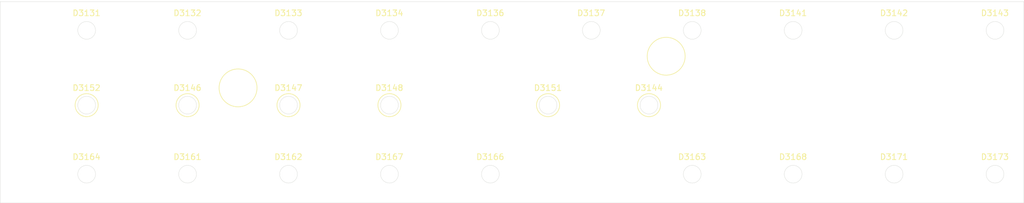
<source format=kicad_pcb>
(kicad_pcb (version 20171130) (host pcbnew "(5.1.7)-1")

  (general
    (thickness 1.6)
    (drawings 62)
    (tracks 0)
    (zones 0)
    (modules 5)
    (nets 1)
  )

  (page A4)
  (layers
    (0 F.Cu signal)
    (31 B.Cu signal)
    (32 B.Adhes user)
    (33 F.Adhes user)
    (34 B.Paste user)
    (35 F.Paste user)
    (36 B.SilkS user)
    (37 F.SilkS user)
    (38 B.Mask user)
    (39 F.Mask user)
    (40 Dwgs.User user)
    (41 Cmts.User user)
    (42 Eco1.User user)
    (43 Eco2.User user)
    (44 Edge.Cuts user)
    (45 Margin user)
    (46 B.CrtYd user)
    (47 F.CrtYd user)
    (48 B.Fab user)
    (49 F.Fab user hide)
  )

  (setup
    (last_trace_width 0.25)
    (user_trace_width 0.5)
    (user_trace_width 0.75)
    (user_trace_width 1.25)
    (trace_clearance 0.2)
    (zone_clearance 0.5)
    (zone_45_only yes)
    (trace_min 0.2)
    (via_size 0.8)
    (via_drill 0.4)
    (via_min_size 0.4)
    (via_min_drill 0.3)
    (uvia_size 0.3)
    (uvia_drill 0.1)
    (uvias_allowed no)
    (uvia_min_size 0.2)
    (uvia_min_drill 0.1)
    (edge_width 0.05)
    (segment_width 0.2)
    (pcb_text_width 0.3)
    (pcb_text_size 1.5 1.5)
    (mod_edge_width 0.12)
    (mod_text_size 1 1)
    (mod_text_width 0.15)
    (pad_size 3.2 3.2)
    (pad_drill 3.2)
    (pad_to_mask_clearance 0)
    (aux_axis_origin 0 0)
    (visible_elements 7FFFFF7F)
    (pcbplotparams
      (layerselection 0x010fc_ffffffff)
      (usegerberextensions true)
      (usegerberattributes false)
      (usegerberadvancedattributes false)
      (creategerberjobfile false)
      (excludeedgelayer true)
      (linewidth 0.100000)
      (plotframeref false)
      (viasonmask false)
      (mode 1)
      (useauxorigin false)
      (hpglpennumber 1)
      (hpglpenspeed 20)
      (hpglpendiameter 15.000000)
      (psnegative false)
      (psa4output false)
      (plotreference true)
      (plotvalue false)
      (plotinvisibletext false)
      (padsonsilk false)
      (subtractmaskfromsilk true)
      (outputformat 1)
      (mirror false)
      (drillshape 0)
      (scaleselection 1)
      (outputdirectory "gerber"))
  )

  (net 0 "")

  (net_class Default "This is the default net class."
    (clearance 0.2)
    (trace_width 0.25)
    (via_dia 0.8)
    (via_drill 0.4)
    (uvia_dia 0.3)
    (uvia_drill 0.1)
  )

  (module Mounting_Holes:MountingHole_3.5mm (layer F.Cu) (tedit 62F7FF86) (tstamp 634EF1E1)
    (at 158.77 51.5)
    (descr "Mounting Hole 3.5mm, no annular")
    (tags "mounting hole 3.5mm no annular")
    (attr virtual)
    (fp_text reference M2 (at 0 -4.5) (layer F.SilkS) hide
      (effects (font (size 1 1) (thickness 0.15)))
    )
    (fp_text value MountingHole_3.5mm (at 0 4.5) (layer F.Fab) hide
      (effects (font (size 1 1) (thickness 0.15)))
    )
    (fp_circle (center 0 0) (end 3.5 0) (layer Cmts.User) (width 0.15))
    (fp_circle (center 0 0) (end 3.75 0) (layer F.CrtYd) (width 0.05))
    (fp_text user %R (at 0.3 0) (layer F.Fab) hide
      (effects (font (size 1 1) (thickness 0.15)))
    )
    (pad "" np_thru_hole circle (at 0 0) (size 3.2 3.2) (drill 3.2) (layers *.Cu *.Mask))
  )

  (module Mounting_Holes:MountingHole_3.5mm (layer F.Cu) (tedit 62F7FF7E) (tstamp 634EF162)
    (at 84.52 57)
    (descr "Mounting Hole 3.5mm, no annular")
    (tags "mounting hole 3.5mm no annular")
    (attr virtual)
    (fp_text reference M3 (at 0 -4.5) (layer F.SilkS) hide
      (effects (font (size 1 1) (thickness 0.15)))
    )
    (fp_text value MountingHole_3.5mm (at 0 4.5) (layer F.Fab) hide
      (effects (font (size 1 1) (thickness 0.15)))
    )
    (fp_circle (center 0 0) (end 3.5 0) (layer Cmts.User) (width 0.15))
    (fp_circle (center 0 0) (end 3.75 0) (layer F.CrtYd) (width 0.05))
    (fp_text user %R (at 0.3 0) (layer F.Fab) hide
      (effects (font (size 1 1) (thickness 0.15)))
    )
    (pad "" np_thru_hole circle (at 0 0) (size 3.2 3.2) (drill 3.2) (layers *.Cu *.Mask))
  )

  (module Mounting_Holes:MountingHole_3.5mm (layer F.Cu) (tedit 62F7FF86) (tstamp 62F800D3)
    (at 137.02 45.5)
    (descr "Mounting Hole 3.5mm, no annular")
    (tags "mounting hole 3.5mm no annular")
    (attr virtual)
    (fp_text reference M2 (at 0 -4.5) (layer F.SilkS) hide
      (effects (font (size 1 1) (thickness 0.15)))
    )
    (fp_text value MountingHole_3.5mm (at 0 4.5) (layer F.Fab) hide
      (effects (font (size 1 1) (thickness 0.15)))
    )
    (fp_circle (center 0 0) (end 3.75 0) (layer F.CrtYd) (width 0.05))
    (fp_circle (center 0 0) (end 3.5 0) (layer Cmts.User) (width 0.15))
    (fp_text user %R (at 0.3 0) (layer F.Fab) hide
      (effects (font (size 1 1) (thickness 0.15)))
    )
    (pad "" np_thru_hole circle (at 0 0) (size 3.2 3.2) (drill 3.2) (layers *.Cu *.Mask))
  )

  (module Mounting_Holes:MountingHole_3.5mm (layer F.Cu) (tedit 62F7FF7E) (tstamp 62F800CC)
    (at 207.02 69)
    (descr "Mounting Hole 3.5mm, no annular")
    (tags "mounting hole 3.5mm no annular")
    (attr virtual)
    (fp_text reference M3 (at 0 -4.5) (layer F.SilkS) hide
      (effects (font (size 1 1) (thickness 0.15)))
    )
    (fp_text value MountingHole_3.5mm (at 0 4.5) (layer F.Fab) hide
      (effects (font (size 1 1) (thickness 0.15)))
    )
    (fp_circle (center 0 0) (end 3.75 0) (layer F.CrtYd) (width 0.05))
    (fp_circle (center 0 0) (end 3.5 0) (layer Cmts.User) (width 0.15))
    (fp_text user %R (at 0.3 0) (layer F.Fab) hide
      (effects (font (size 1 1) (thickness 0.15)))
    )
    (pad "" np_thru_hole circle (at 0 0) (size 3.2 3.2) (drill 3.2) (layers *.Cu *.Mask))
  )

  (module Mounting_Holes:MountingHole_3.5mm (layer F.Cu) (tedit 62F7FF86) (tstamp 5FC39ED5)
    (at 48.27 69)
    (descr "Mounting Hole 3.5mm, no annular")
    (tags "mounting hole 3.5mm no annular")
    (attr virtual)
    (fp_text reference M2 (at 0 -4.5) (layer F.SilkS) hide
      (effects (font (size 1 1) (thickness 0.15)))
    )
    (fp_text value MountingHole_3.5mm (at 0 4.5) (layer F.Fab) hide
      (effects (font (size 1 1) (thickness 0.15)))
    )
    (fp_circle (center 0 0) (end 3.5 0) (layer Cmts.User) (width 0.15))
    (fp_circle (center 0 0) (end 3.75 0) (layer F.CrtYd) (width 0.05))
    (fp_text user %R (at 0.3 0) (layer F.Fab) hide
      (effects (font (size 1 1) (thickness 0.15)))
    )
    (pad "" np_thru_hole circle (at 0 0) (size 3.2 3.2) (drill 3.2) (layers *.Cu *.Mask))
  )

  (gr_circle (center 155.77 60) (end 157.77 60) (layer F.SilkS) (width 0.12) (tstamp 634EF2FE))
  (gr_circle (center 138.27 60) (end 140.27 60) (layer F.SilkS) (width 0.12) (tstamp 634EF2F9))
  (gr_circle (center 110.77 60) (end 112.77 60) (layer F.SilkS) (width 0.12) (tstamp 634EF2F6))
  (gr_circle (center 93.27 60) (end 95.27 60) (layer F.SilkS) (width 0.12) (tstamp 634EF2F3))
  (gr_circle (center 75.77 60) (end 77.77 60) (layer F.SilkS) (width 0.12) (tstamp 634EF2EE))
  (gr_circle (center 58.27 60) (end 60.27 60) (layer F.SilkS) (width 0.12) (tstamp 634EF2E6))
  (gr_circle (center 84.52 57) (end 87.808237 57) (layer F.SilkS) (width 0.12) (tstamp 634EF2A8))
  (gr_circle (center 158.75 51.5) (end 162 52) (layer F.SilkS) (width 0.12))
  (gr_text D3151 (at 138.25 57) (layer F.SilkS) (tstamp 634EF1AC)
    (effects (font (size 1 1) (thickness 0.15)))
  )
  (gr_text D3144 (at 155.75 57) (layer F.SilkS) (tstamp 634EF1AB)
    (effects (font (size 1 1) (thickness 0.15)))
  )
  (gr_circle (center 138.27 60) (end 139.8075 60) (layer Edge.Cuts) (width 0.05) (tstamp 634EF1AA))
  (gr_circle (center 155.77 60) (end 157.3075 60) (layer Edge.Cuts) (width 0.05) (tstamp 634EF1A9))
  (gr_text D3148 (at 110.75 57) (layer F.SilkS) (tstamp 634EF184)
    (effects (font (size 1 1) (thickness 0.15)))
  )
  (gr_circle (center 110.77 60) (end 112.3075 60) (layer Edge.Cuts) (width 0.05) (tstamp 634EF183))
  (gr_text D3152 (at 58.25 57) (layer F.SilkS) (tstamp 634EF176)
    (effects (font (size 1 1) (thickness 0.15)))
  )
  (gr_circle (center 58.27 60) (end 59.8075 60) (layer Edge.Cuts) (width 0.05) (tstamp 634EF175))
  (gr_text D3147 (at 93.25 57) (layer F.SilkS) (tstamp 634EF161)
    (effects (font (size 1 1) (thickness 0.15)))
  )
  (gr_text D3146 (at 75.75 57) (layer F.SilkS) (tstamp 634EF160)
    (effects (font (size 1 1) (thickness 0.15)))
  )
  (gr_circle (center 93.27 60) (end 94.8075 60) (layer Edge.Cuts) (width 0.05) (tstamp 634EF15F))
  (gr_circle (center 75.77 60) (end 77.3075 60) (layer Edge.Cuts) (width 0.05) (tstamp 634EF15E))
  (gr_text D3173 (at 215.75 69) (layer F.SilkS) (tstamp 634EE9F3)
    (effects (font (size 1 1) (thickness 0.15)))
  )
  (gr_text D3164 (at 58.25 69) (layer F.SilkS) (tstamp 634EE9F2)
    (effects (font (size 1 1) (thickness 0.15)))
  )
  (gr_text D3161 (at 75.75 69) (layer F.SilkS) (tstamp 634EE9F1)
    (effects (font (size 1 1) (thickness 0.15)))
  )
  (gr_text D3162 (at 93.25 69) (layer F.SilkS) (tstamp 634EE9F0)
    (effects (font (size 1 1) (thickness 0.15)))
  )
  (gr_text D3167 (at 110.75 69) (layer F.SilkS) (tstamp 634EE9EF)
    (effects (font (size 1 1) (thickness 0.15)))
  )
  (gr_text D3166 (at 128.25 69) (layer F.SilkS) (tstamp 634EE9EE)
    (effects (font (size 1 1) (thickness 0.15)))
  )
  (gr_text D3163 (at 163.25 69) (layer F.SilkS) (tstamp 634EE9EC)
    (effects (font (size 1 1) (thickness 0.15)))
  )
  (gr_text D3168 (at 180.75 69) (layer F.SilkS) (tstamp 634EE9EB)
    (effects (font (size 1 1) (thickness 0.15)))
  )
  (gr_text D3171 (at 198.25 69) (layer F.SilkS) (tstamp 634EE9EA)
    (effects (font (size 1 1) (thickness 0.15)))
  )
  (gr_circle (center 215.77 72) (end 217.3075 72) (layer Edge.Cuts) (width 0.05) (tstamp 634EE9E9))
  (gr_circle (center 58.27 72) (end 59.8075 72) (layer Edge.Cuts) (width 0.05) (tstamp 634EE9E8))
  (gr_circle (center 75.77 72) (end 77.3075 72) (layer Edge.Cuts) (width 0.05) (tstamp 634EE9E7))
  (gr_circle (center 93.27 72) (end 94.8075 72) (layer Edge.Cuts) (width 0.05) (tstamp 634EE9E6))
  (gr_circle (center 110.77 72) (end 112.3075 72) (layer Edge.Cuts) (width 0.05) (tstamp 634EE9E5))
  (gr_circle (center 128.27 72) (end 129.8075 72) (layer Edge.Cuts) (width 0.05) (tstamp 634EE9E4))
  (gr_circle (center 163.27 72) (end 164.8075 72) (layer Edge.Cuts) (width 0.05) (tstamp 634EE9E2))
  (gr_circle (center 180.77 72) (end 182.3075 72) (layer Edge.Cuts) (width 0.05) (tstamp 634EE9E1))
  (gr_circle (center 198.27 72) (end 199.8075 72) (layer Edge.Cuts) (width 0.05) (tstamp 634EE9E0))
  (gr_text D3143 (at 215.75 44) (layer F.SilkS) (tstamp 634EE85D)
    (effects (font (size 1 1) (thickness 0.15)))
  )
  (gr_circle (center 215.77 47) (end 217.3075 47) (layer Edge.Cuts) (width 0.05) (tstamp 634EE85B))
  (gr_text D3131 (at 58.25 44) (layer F.SilkS)
    (effects (font (size 1 1) (thickness 0.15)))
  )
  (gr_text D3132 (at 75.75 44) (layer F.SilkS)
    (effects (font (size 1 1) (thickness 0.15)))
  )
  (gr_text D3133 (at 93.25 44) (layer F.SilkS)
    (effects (font (size 1 1) (thickness 0.15)))
  )
  (gr_text D3134 (at 110.75 44) (layer F.SilkS)
    (effects (font (size 1 1) (thickness 0.15)))
  )
  (gr_text D3136 (at 128.25 44) (layer F.SilkS)
    (effects (font (size 1 1) (thickness 0.15)))
  )
  (gr_line (start 43.27 42) (end 43.27 77) (layer Edge.Cuts) (width 0.05) (tstamp 62F7FFE1))
  (gr_circle (center 198.27 47) (end 199.8075 47) (layer Edge.Cuts) (width 0.05) (tstamp 62F7FDC9))
  (gr_circle (center 180.77 47) (end 182.3075 47) (layer Edge.Cuts) (width 0.05) (tstamp 62F7FDC7))
  (gr_circle (center 163.27 47) (end 164.8075 47) (layer Edge.Cuts) (width 0.05) (tstamp 62F7FDC2))
  (gr_circle (center 145.77 47) (end 147.3075 47) (layer Edge.Cuts) (width 0.05) (tstamp 62F7FDC0))
  (gr_circle (center 128.27 47) (end 129.8075 47) (layer Edge.Cuts) (width 0.05) (tstamp 62F7FDBE))
  (gr_circle (center 110.77 47) (end 112.3075 47) (layer Edge.Cuts) (width 0.05) (tstamp 62F7FDBC))
  (gr_circle (center 93.27 47) (end 94.8075 47) (layer Edge.Cuts) (width 0.05) (tstamp 62F7FDBA))
  (gr_circle (center 75.77 47) (end 77.3075 47) (layer Edge.Cuts) (width 0.05) (tstamp 62F7FDB8))
  (gr_circle (center 58.27 47) (end 59.8075 47) (layer Edge.Cuts) (width 0.05))
  (gr_text D3142 (at 198.25 44) (layer F.SilkS)
    (effects (font (size 1 1) (thickness 0.15)))
  )
  (gr_text D3141 (at 180.75 44) (layer F.SilkS)
    (effects (font (size 1 1) (thickness 0.15)))
  )
  (gr_text D3138 (at 163.25 44) (layer F.SilkS)
    (effects (font (size 1 1) (thickness 0.15)))
  )
  (gr_text D3137 (at 145.75 44) (layer F.SilkS)
    (effects (font (size 1 1) (thickness 0.15)))
  )
  (gr_line (start 220.77 42) (end 43.27 42) (layer Edge.Cuts) (width 0.05))
  (gr_line (start 43.27 77) (end 220.77 77) (layer Edge.Cuts) (width 0.05))
  (gr_line (start 220.77 42) (end 220.77 77) (layer Edge.Cuts) (width 0.05))

)

</source>
